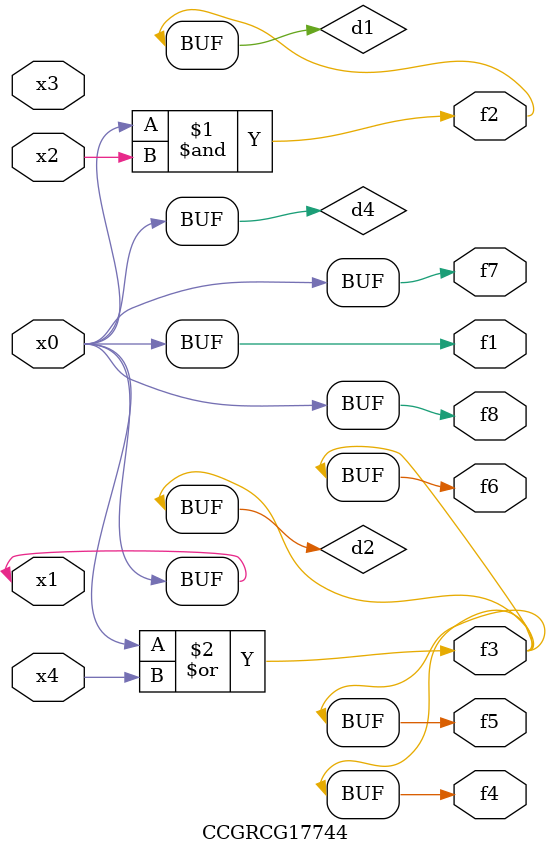
<source format=v>
module CCGRCG17744(
	input x0, x1, x2, x3, x4,
	output f1, f2, f3, f4, f5, f6, f7, f8
);

	wire d1, d2, d3, d4;

	and (d1, x0, x2);
	or (d2, x0, x4);
	nand (d3, x0, x2);
	buf (d4, x0, x1);
	assign f1 = d4;
	assign f2 = d1;
	assign f3 = d2;
	assign f4 = d2;
	assign f5 = d2;
	assign f6 = d2;
	assign f7 = d4;
	assign f8 = d4;
endmodule

</source>
